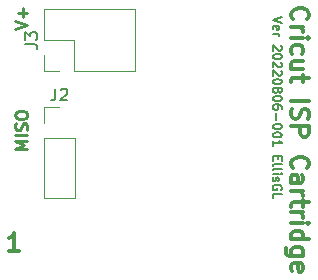
<source format=gto>
G04 #@! TF.GenerationSoftware,KiCad,Pcbnew,6.0.7-f9a2dced07~116~ubuntu22.04.1*
G04 #@! TF.CreationDate,2022-08-26T07:23:40-05:00*
G04 #@! TF.ProjectId,CricutISPCartridge,43726963-7574-4495-9350-436172747269,rev?*
G04 #@! TF.SameCoordinates,Original*
G04 #@! TF.FileFunction,Legend,Top*
G04 #@! TF.FilePolarity,Positive*
%FSLAX46Y46*%
G04 Gerber Fmt 4.6, Leading zero omitted, Abs format (unit mm)*
G04 Created by KiCad (PCBNEW 6.0.7-f9a2dced07~116~ubuntu22.04.1) date 2022-08-26 07:23:40*
%MOMM*%
%LPD*%
G01*
G04 APERTURE LIST*
G04 Aperture macros list*
%AMRoundRect*
0 Rectangle with rounded corners*
0 $1 Rounding radius*
0 $2 $3 $4 $5 $6 $7 $8 $9 X,Y pos of 4 corners*
0 Add a 4 corners polygon primitive as box body*
4,1,4,$2,$3,$4,$5,$6,$7,$8,$9,$2,$3,0*
0 Add four circle primitives for the rounded corners*
1,1,$1+$1,$2,$3*
1,1,$1+$1,$4,$5*
1,1,$1+$1,$6,$7*
1,1,$1+$1,$8,$9*
0 Add four rect primitives between the rounded corners*
20,1,$1+$1,$2,$3,$4,$5,0*
20,1,$1+$1,$4,$5,$6,$7,0*
20,1,$1+$1,$6,$7,$8,$9,0*
20,1,$1+$1,$8,$9,$2,$3,0*%
G04 Aperture macros list end*
%ADD10C,0.250000*%
%ADD11C,0.300000*%
%ADD12C,0.187500*%
%ADD13C,0.150000*%
%ADD14C,0.120000*%
%ADD15R,1.700000X1.700000*%
%ADD16O,1.700000X1.700000*%
%ADD17RoundRect,0.381000X-0.381000X-3.619000X0.381000X-3.619000X0.381000X3.619000X-0.381000X3.619000X0*%
G04 APERTURE END LIST*
D10*
X58507380Y-95567380D02*
X59507380Y-95234047D01*
X58507380Y-94900714D01*
X59126428Y-94567380D02*
X59126428Y-93805476D01*
X59507380Y-94186428D02*
X58745476Y-94186428D01*
D11*
X58848571Y-114343571D02*
X57991428Y-114343571D01*
X58420000Y-114343571D02*
X58420000Y-112843571D01*
X58277142Y-113057857D01*
X58134285Y-113200714D01*
X57991428Y-113272142D01*
D12*
X81055714Y-94574285D02*
X80305714Y-94824285D01*
X81055714Y-95074285D01*
X80341428Y-95610000D02*
X80305714Y-95538571D01*
X80305714Y-95395714D01*
X80341428Y-95324285D01*
X80412857Y-95288571D01*
X80698571Y-95288571D01*
X80770000Y-95324285D01*
X80805714Y-95395714D01*
X80805714Y-95538571D01*
X80770000Y-95610000D01*
X80698571Y-95645714D01*
X80627142Y-95645714D01*
X80555714Y-95288571D01*
X80305714Y-95967142D02*
X80805714Y-95967142D01*
X80662857Y-95967142D02*
X80734285Y-96002857D01*
X80770000Y-96038571D01*
X80805714Y-96110000D01*
X80805714Y-96181428D01*
X80984285Y-96967142D02*
X81020000Y-97002857D01*
X81055714Y-97074285D01*
X81055714Y-97252857D01*
X81020000Y-97324285D01*
X80984285Y-97360000D01*
X80912857Y-97395714D01*
X80841428Y-97395714D01*
X80734285Y-97360000D01*
X80305714Y-96931428D01*
X80305714Y-97395714D01*
X81055714Y-97860000D02*
X81055714Y-97931428D01*
X81020000Y-98002857D01*
X80984285Y-98038571D01*
X80912857Y-98074285D01*
X80770000Y-98110000D01*
X80591428Y-98110000D01*
X80448571Y-98074285D01*
X80377142Y-98038571D01*
X80341428Y-98002857D01*
X80305714Y-97931428D01*
X80305714Y-97860000D01*
X80341428Y-97788571D01*
X80377142Y-97752857D01*
X80448571Y-97717142D01*
X80591428Y-97681428D01*
X80770000Y-97681428D01*
X80912857Y-97717142D01*
X80984285Y-97752857D01*
X81020000Y-97788571D01*
X81055714Y-97860000D01*
X80984285Y-98395714D02*
X81020000Y-98431428D01*
X81055714Y-98502857D01*
X81055714Y-98681428D01*
X81020000Y-98752857D01*
X80984285Y-98788571D01*
X80912857Y-98824285D01*
X80841428Y-98824285D01*
X80734285Y-98788571D01*
X80305714Y-98360000D01*
X80305714Y-98824285D01*
X80984285Y-99110000D02*
X81020000Y-99145714D01*
X81055714Y-99217142D01*
X81055714Y-99395714D01*
X81020000Y-99467142D01*
X80984285Y-99502857D01*
X80912857Y-99538571D01*
X80841428Y-99538571D01*
X80734285Y-99502857D01*
X80305714Y-99074285D01*
X80305714Y-99538571D01*
X81055714Y-100002857D02*
X81055714Y-100074285D01*
X81020000Y-100145714D01*
X80984285Y-100181428D01*
X80912857Y-100217142D01*
X80770000Y-100252857D01*
X80591428Y-100252857D01*
X80448571Y-100217142D01*
X80377142Y-100181428D01*
X80341428Y-100145714D01*
X80305714Y-100074285D01*
X80305714Y-100002857D01*
X80341428Y-99931428D01*
X80377142Y-99895714D01*
X80448571Y-99860000D01*
X80591428Y-99824285D01*
X80770000Y-99824285D01*
X80912857Y-99860000D01*
X80984285Y-99895714D01*
X81020000Y-99931428D01*
X81055714Y-100002857D01*
X80734285Y-100681428D02*
X80770000Y-100610000D01*
X80805714Y-100574285D01*
X80877142Y-100538571D01*
X80912857Y-100538571D01*
X80984285Y-100574285D01*
X81020000Y-100610000D01*
X81055714Y-100681428D01*
X81055714Y-100824285D01*
X81020000Y-100895714D01*
X80984285Y-100931428D01*
X80912857Y-100967142D01*
X80877142Y-100967142D01*
X80805714Y-100931428D01*
X80770000Y-100895714D01*
X80734285Y-100824285D01*
X80734285Y-100681428D01*
X80698571Y-100610000D01*
X80662857Y-100574285D01*
X80591428Y-100538571D01*
X80448571Y-100538571D01*
X80377142Y-100574285D01*
X80341428Y-100610000D01*
X80305714Y-100681428D01*
X80305714Y-100824285D01*
X80341428Y-100895714D01*
X80377142Y-100931428D01*
X80448571Y-100967142D01*
X80591428Y-100967142D01*
X80662857Y-100931428D01*
X80698571Y-100895714D01*
X80734285Y-100824285D01*
X81055714Y-101431428D02*
X81055714Y-101502857D01*
X81020000Y-101574285D01*
X80984285Y-101610000D01*
X80912857Y-101645714D01*
X80770000Y-101681428D01*
X80591428Y-101681428D01*
X80448571Y-101645714D01*
X80377142Y-101610000D01*
X80341428Y-101574285D01*
X80305714Y-101502857D01*
X80305714Y-101431428D01*
X80341428Y-101360000D01*
X80377142Y-101324285D01*
X80448571Y-101288571D01*
X80591428Y-101252857D01*
X80770000Y-101252857D01*
X80912857Y-101288571D01*
X80984285Y-101324285D01*
X81020000Y-101360000D01*
X81055714Y-101431428D01*
X81055714Y-102324285D02*
X81055714Y-102181428D01*
X81020000Y-102110000D01*
X80984285Y-102074285D01*
X80877142Y-102002857D01*
X80734285Y-101967142D01*
X80448571Y-101967142D01*
X80377142Y-102002857D01*
X80341428Y-102038571D01*
X80305714Y-102110000D01*
X80305714Y-102252857D01*
X80341428Y-102324285D01*
X80377142Y-102360000D01*
X80448571Y-102395714D01*
X80627142Y-102395714D01*
X80698571Y-102360000D01*
X80734285Y-102324285D01*
X80770000Y-102252857D01*
X80770000Y-102110000D01*
X80734285Y-102038571D01*
X80698571Y-102002857D01*
X80627142Y-101967142D01*
X80591428Y-102717142D02*
X80591428Y-103288571D01*
X81055714Y-103788571D02*
X81055714Y-103860000D01*
X81020000Y-103931428D01*
X80984285Y-103967142D01*
X80912857Y-104002857D01*
X80770000Y-104038571D01*
X80591428Y-104038571D01*
X80448571Y-104002857D01*
X80377142Y-103967142D01*
X80341428Y-103931428D01*
X80305714Y-103860000D01*
X80305714Y-103788571D01*
X80341428Y-103717142D01*
X80377142Y-103681428D01*
X80448571Y-103645714D01*
X80591428Y-103610000D01*
X80770000Y-103610000D01*
X80912857Y-103645714D01*
X80984285Y-103681428D01*
X81020000Y-103717142D01*
X81055714Y-103788571D01*
X81055714Y-104502857D02*
X81055714Y-104574285D01*
X81020000Y-104645714D01*
X80984285Y-104681428D01*
X80912857Y-104717142D01*
X80770000Y-104752857D01*
X80591428Y-104752857D01*
X80448571Y-104717142D01*
X80377142Y-104681428D01*
X80341428Y-104645714D01*
X80305714Y-104574285D01*
X80305714Y-104502857D01*
X80341428Y-104431428D01*
X80377142Y-104395714D01*
X80448571Y-104360000D01*
X80591428Y-104324285D01*
X80770000Y-104324285D01*
X80912857Y-104360000D01*
X80984285Y-104395714D01*
X81020000Y-104431428D01*
X81055714Y-104502857D01*
X80305714Y-105467142D02*
X80305714Y-105038571D01*
X80305714Y-105252857D02*
X81055714Y-105252857D01*
X80948571Y-105181428D01*
X80877142Y-105110000D01*
X80841428Y-105038571D01*
X80698571Y-106360000D02*
X80698571Y-106610000D01*
X80305714Y-106717142D02*
X80305714Y-106360000D01*
X81055714Y-106360000D01*
X81055714Y-106717142D01*
X80305714Y-107145714D02*
X80341428Y-107074285D01*
X80412857Y-107038571D01*
X81055714Y-107038571D01*
X80305714Y-107538571D02*
X80341428Y-107467142D01*
X80412857Y-107431428D01*
X81055714Y-107431428D01*
X80305714Y-107824285D02*
X80805714Y-107824285D01*
X81055714Y-107824285D02*
X81020000Y-107788571D01*
X80984285Y-107824285D01*
X81020000Y-107860000D01*
X81055714Y-107824285D01*
X80984285Y-107824285D01*
X80341428Y-108145714D02*
X80305714Y-108217142D01*
X80305714Y-108360000D01*
X80341428Y-108431428D01*
X80412857Y-108467142D01*
X80448571Y-108467142D01*
X80520000Y-108431428D01*
X80555714Y-108360000D01*
X80555714Y-108252857D01*
X80591428Y-108181428D01*
X80662857Y-108145714D01*
X80698571Y-108145714D01*
X80770000Y-108181428D01*
X80805714Y-108252857D01*
X80805714Y-108360000D01*
X80770000Y-108431428D01*
X81020000Y-109181428D02*
X81055714Y-109110000D01*
X81055714Y-109002857D01*
X81020000Y-108895714D01*
X80948571Y-108824285D01*
X80877142Y-108788571D01*
X80734285Y-108752857D01*
X80627142Y-108752857D01*
X80484285Y-108788571D01*
X80412857Y-108824285D01*
X80341428Y-108895714D01*
X80305714Y-109002857D01*
X80305714Y-109074285D01*
X80341428Y-109181428D01*
X80377142Y-109217142D01*
X80627142Y-109217142D01*
X80627142Y-109074285D01*
X80305714Y-109895714D02*
X80305714Y-109538571D01*
X81055714Y-109538571D01*
D11*
X82014285Y-94754285D02*
X81942857Y-94682857D01*
X81871428Y-94468571D01*
X81871428Y-94325714D01*
X81942857Y-94111428D01*
X82085714Y-93968571D01*
X82228571Y-93897142D01*
X82514285Y-93825714D01*
X82728571Y-93825714D01*
X83014285Y-93897142D01*
X83157142Y-93968571D01*
X83300000Y-94111428D01*
X83371428Y-94325714D01*
X83371428Y-94468571D01*
X83300000Y-94682857D01*
X83228571Y-94754285D01*
X81871428Y-95397142D02*
X82871428Y-95397142D01*
X82585714Y-95397142D02*
X82728571Y-95468571D01*
X82800000Y-95540000D01*
X82871428Y-95682857D01*
X82871428Y-95825714D01*
X81871428Y-96325714D02*
X82871428Y-96325714D01*
X83371428Y-96325714D02*
X83300000Y-96254285D01*
X83228571Y-96325714D01*
X83300000Y-96397142D01*
X83371428Y-96325714D01*
X83228571Y-96325714D01*
X81942857Y-97682857D02*
X81871428Y-97540000D01*
X81871428Y-97254285D01*
X81942857Y-97111428D01*
X82014285Y-97040000D01*
X82157142Y-96968571D01*
X82585714Y-96968571D01*
X82728571Y-97040000D01*
X82800000Y-97111428D01*
X82871428Y-97254285D01*
X82871428Y-97540000D01*
X82800000Y-97682857D01*
X82871428Y-98968571D02*
X81871428Y-98968571D01*
X82871428Y-98325714D02*
X82085714Y-98325714D01*
X81942857Y-98397142D01*
X81871428Y-98540000D01*
X81871428Y-98754285D01*
X81942857Y-98897142D01*
X82014285Y-98968571D01*
X82871428Y-99468571D02*
X82871428Y-100040000D01*
X83371428Y-99682857D02*
X82085714Y-99682857D01*
X81942857Y-99754285D01*
X81871428Y-99897142D01*
X81871428Y-100040000D01*
X81871428Y-101682857D02*
X83371428Y-101682857D01*
X81942857Y-102325714D02*
X81871428Y-102540000D01*
X81871428Y-102897142D01*
X81942857Y-103040000D01*
X82014285Y-103111428D01*
X82157142Y-103182857D01*
X82300000Y-103182857D01*
X82442857Y-103111428D01*
X82514285Y-103040000D01*
X82585714Y-102897142D01*
X82657142Y-102611428D01*
X82728571Y-102468571D01*
X82800000Y-102397142D01*
X82942857Y-102325714D01*
X83085714Y-102325714D01*
X83228571Y-102397142D01*
X83300000Y-102468571D01*
X83371428Y-102611428D01*
X83371428Y-102968571D01*
X83300000Y-103182857D01*
X81871428Y-103825714D02*
X83371428Y-103825714D01*
X83371428Y-104397142D01*
X83300000Y-104540000D01*
X83228571Y-104611428D01*
X83085714Y-104682857D01*
X82871428Y-104682857D01*
X82728571Y-104611428D01*
X82657142Y-104540000D01*
X82585714Y-104397142D01*
X82585714Y-103825714D01*
X82014285Y-107325714D02*
X81942857Y-107254285D01*
X81871428Y-107040000D01*
X81871428Y-106897142D01*
X81942857Y-106682857D01*
X82085714Y-106540000D01*
X82228571Y-106468571D01*
X82514285Y-106397142D01*
X82728571Y-106397142D01*
X83014285Y-106468571D01*
X83157142Y-106540000D01*
X83300000Y-106682857D01*
X83371428Y-106897142D01*
X83371428Y-107040000D01*
X83300000Y-107254285D01*
X83228571Y-107325714D01*
X81871428Y-108611428D02*
X82657142Y-108611428D01*
X82800000Y-108540000D01*
X82871428Y-108397142D01*
X82871428Y-108111428D01*
X82800000Y-107968571D01*
X81942857Y-108611428D02*
X81871428Y-108468571D01*
X81871428Y-108111428D01*
X81942857Y-107968571D01*
X82085714Y-107897142D01*
X82228571Y-107897142D01*
X82371428Y-107968571D01*
X82442857Y-108111428D01*
X82442857Y-108468571D01*
X82514285Y-108611428D01*
X81871428Y-109325714D02*
X82871428Y-109325714D01*
X82585714Y-109325714D02*
X82728571Y-109397142D01*
X82800000Y-109468571D01*
X82871428Y-109611428D01*
X82871428Y-109754285D01*
X82871428Y-110040000D02*
X82871428Y-110611428D01*
X83371428Y-110254285D02*
X82085714Y-110254285D01*
X81942857Y-110325714D01*
X81871428Y-110468571D01*
X81871428Y-110611428D01*
X81871428Y-111111428D02*
X82871428Y-111111428D01*
X82585714Y-111111428D02*
X82728571Y-111182857D01*
X82800000Y-111254285D01*
X82871428Y-111397142D01*
X82871428Y-111540000D01*
X81871428Y-112040000D02*
X82871428Y-112040000D01*
X83371428Y-112040000D02*
X83300000Y-111968571D01*
X83228571Y-112040000D01*
X83300000Y-112111428D01*
X83371428Y-112040000D01*
X83228571Y-112040000D01*
X81871428Y-113397142D02*
X83371428Y-113397142D01*
X81942857Y-113397142D02*
X81871428Y-113254285D01*
X81871428Y-112968571D01*
X81942857Y-112825714D01*
X82014285Y-112754285D01*
X82157142Y-112682857D01*
X82585714Y-112682857D01*
X82728571Y-112754285D01*
X82800000Y-112825714D01*
X82871428Y-112968571D01*
X82871428Y-113254285D01*
X82800000Y-113397142D01*
X82871428Y-114754285D02*
X81657142Y-114754285D01*
X81514285Y-114682857D01*
X81442857Y-114611428D01*
X81371428Y-114468571D01*
X81371428Y-114254285D01*
X81442857Y-114111428D01*
X81942857Y-114754285D02*
X81871428Y-114611428D01*
X81871428Y-114325714D01*
X81942857Y-114182857D01*
X82014285Y-114111428D01*
X82157142Y-114040000D01*
X82585714Y-114040000D01*
X82728571Y-114111428D01*
X82800000Y-114182857D01*
X82871428Y-114325714D01*
X82871428Y-114611428D01*
X82800000Y-114754285D01*
X81942857Y-116040000D02*
X81871428Y-115897142D01*
X81871428Y-115611428D01*
X81942857Y-115468571D01*
X82085714Y-115397142D01*
X82657142Y-115397142D01*
X82800000Y-115468571D01*
X82871428Y-115611428D01*
X82871428Y-115897142D01*
X82800000Y-116040000D01*
X82657142Y-116111428D01*
X82514285Y-116111428D01*
X82371428Y-115397142D01*
D10*
X59507380Y-105711428D02*
X58507380Y-105711428D01*
X59221666Y-105378095D01*
X58507380Y-105044761D01*
X59507380Y-105044761D01*
X59507380Y-104568571D02*
X58507380Y-104568571D01*
X59459761Y-104140000D02*
X59507380Y-103997142D01*
X59507380Y-103759047D01*
X59459761Y-103663809D01*
X59412142Y-103616190D01*
X59316904Y-103568571D01*
X59221666Y-103568571D01*
X59126428Y-103616190D01*
X59078809Y-103663809D01*
X59031190Y-103759047D01*
X58983571Y-103949523D01*
X58935952Y-104044761D01*
X58888333Y-104092380D01*
X58793095Y-104140000D01*
X58697857Y-104140000D01*
X58602619Y-104092380D01*
X58555000Y-104044761D01*
X58507380Y-103949523D01*
X58507380Y-103711428D01*
X58555000Y-103568571D01*
X58507380Y-102949523D02*
X58507380Y-102759047D01*
X58555000Y-102663809D01*
X58650238Y-102568571D01*
X58840714Y-102520952D01*
X59174047Y-102520952D01*
X59364523Y-102568571D01*
X59459761Y-102663809D01*
X59507380Y-102759047D01*
X59507380Y-102949523D01*
X59459761Y-103044761D01*
X59364523Y-103140000D01*
X59174047Y-103187619D01*
X58840714Y-103187619D01*
X58650238Y-103140000D01*
X58555000Y-103044761D01*
X58507380Y-102949523D01*
D13*
X59352380Y-96853333D02*
X60066666Y-96853333D01*
X60209523Y-96900952D01*
X60304761Y-96996190D01*
X60352380Y-97139047D01*
X60352380Y-97234285D01*
X59352380Y-96472380D02*
X59352380Y-95853333D01*
X59733333Y-96186666D01*
X59733333Y-96043809D01*
X59780952Y-95948571D01*
X59828571Y-95900952D01*
X59923809Y-95853333D01*
X60161904Y-95853333D01*
X60257142Y-95900952D01*
X60304761Y-95948571D01*
X60352380Y-96043809D01*
X60352380Y-96329523D01*
X60304761Y-96424761D01*
X60257142Y-96472380D01*
X61896666Y-100627380D02*
X61896666Y-101341666D01*
X61849047Y-101484523D01*
X61753809Y-101579761D01*
X61610952Y-101627380D01*
X61515714Y-101627380D01*
X62325238Y-100722619D02*
X62372857Y-100675000D01*
X62468095Y-100627380D01*
X62706190Y-100627380D01*
X62801428Y-100675000D01*
X62849047Y-100722619D01*
X62896666Y-100817857D01*
X62896666Y-100913095D01*
X62849047Y-101055952D01*
X62277619Y-101627380D01*
X62896666Y-101627380D01*
D14*
X62230000Y-99120000D02*
X60900000Y-99120000D01*
X60900000Y-93920000D02*
X68640000Y-93920000D01*
X60900000Y-96520000D02*
X60900000Y-93920000D01*
X63500000Y-99120000D02*
X63500000Y-96520000D01*
X63500000Y-96520000D02*
X60900000Y-96520000D01*
X68640000Y-99120000D02*
X68640000Y-93920000D01*
X60900000Y-99120000D02*
X60900000Y-97790000D01*
X63500000Y-99120000D02*
X68640000Y-99120000D01*
X60900000Y-109915000D02*
X63560000Y-109915000D01*
X60900000Y-103505000D02*
X60900000Y-102175000D01*
X60900000Y-102175000D02*
X62230000Y-102175000D01*
X63560000Y-104775000D02*
X63560000Y-109915000D01*
X60900000Y-104775000D02*
X63560000Y-104775000D01*
X60900000Y-104775000D02*
X60900000Y-109915000D01*
%LPC*%
G36*
X85090000Y-126365000D02*
G01*
X57150000Y-126365000D01*
X57150000Y-118110000D01*
X85090000Y-118110000D01*
X85090000Y-126365000D01*
G37*
X85090000Y-126365000D02*
X57150000Y-126365000D01*
X57150000Y-118110000D01*
X85090000Y-118110000D01*
X85090000Y-126365000D01*
D15*
X62230000Y-97790000D03*
D16*
X62230000Y-95250000D03*
X64770000Y-97790000D03*
X64770000Y-95250000D03*
X67310000Y-97790000D03*
X67310000Y-95250000D03*
D15*
X62230000Y-103505000D03*
D16*
X62230000Y-106045000D03*
X62230000Y-108585000D03*
D17*
X59690000Y-121920000D03*
X62230000Y-121920000D03*
X64770000Y-121920000D03*
X67310000Y-121920000D03*
X69850000Y-121920000D03*
X72390000Y-121920000D03*
X74930000Y-121920000D03*
X77470000Y-121920000D03*
X80010000Y-121920000D03*
X82550000Y-121920000D03*
M02*

</source>
